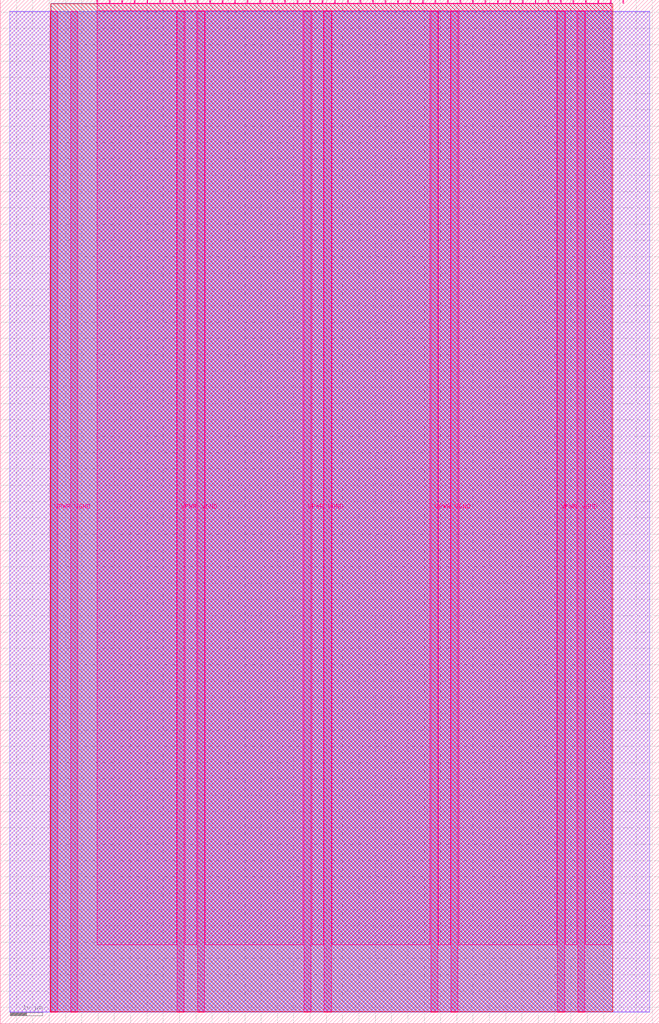
<source format=lef>
VERSION 5.7 ;
  NOWIREEXTENSIONATPIN ON ;
  DIVIDERCHAR "/" ;
  BUSBITCHARS "[]" ;
MACRO tt_um_whynot
  CLASS BLOCK ;
  FOREIGN tt_um_whynot ;
  ORIGIN 0.000 0.000 ;
  SIZE 202.080 BY 313.740 ;
  PIN VGND
    DIRECTION INOUT ;
    USE GROUND ;
    PORT
      LAYER Metal5 ;
        RECT 21.580 3.560 23.780 310.180 ;
    END
    PORT
      LAYER Metal5 ;
        RECT 60.450 3.560 62.650 310.180 ;
    END
    PORT
      LAYER Metal5 ;
        RECT 99.320 3.560 101.520 310.180 ;
    END
    PORT
      LAYER Metal5 ;
        RECT 138.190 3.560 140.390 310.180 ;
    END
    PORT
      LAYER Metal5 ;
        RECT 177.060 3.560 179.260 310.180 ;
    END
  END VGND
  PIN VPWR
    DIRECTION INOUT ;
    USE POWER ;
    PORT
      LAYER Metal5 ;
        RECT 15.380 3.560 17.580 310.180 ;
    END
    PORT
      LAYER Metal5 ;
        RECT 54.250 3.560 56.450 310.180 ;
    END
    PORT
      LAYER Metal5 ;
        RECT 93.120 3.560 95.320 310.180 ;
    END
    PORT
      LAYER Metal5 ;
        RECT 131.990 3.560 134.190 310.180 ;
    END
    PORT
      LAYER Metal5 ;
        RECT 170.860 3.560 173.060 310.180 ;
    END
  END VPWR
  PIN clk
    DIRECTION INPUT ;
    USE SIGNAL ;
    ANTENNAGATEAREA 2.038400 ;
    ANTENNADIFFAREA 6.046200 ;
    PORT
      LAYER Metal5 ;
        RECT 187.050 312.740 187.350 313.740 ;
    END
  END clk
  PIN ena
    DIRECTION INPUT ;
    USE SIGNAL ;
    PORT
      LAYER Metal5 ;
        RECT 190.890 312.740 191.190 313.740 ;
    END
  END ena
  PIN rst_n
    DIRECTION INPUT ;
    USE SIGNAL ;
    ANTENNAGATEAREA 0.213200 ;
    PORT
      LAYER Metal5 ;
        RECT 183.210 312.740 183.510 313.740 ;
    END
  END rst_n
  PIN ui_in[0]
    DIRECTION INPUT ;
    USE SIGNAL ;
    PORT
      LAYER Metal5 ;
        RECT 179.370 312.740 179.670 313.740 ;
    END
  END ui_in[0]
  PIN ui_in[1]
    DIRECTION INPUT ;
    USE SIGNAL ;
    PORT
      LAYER Metal5 ;
        RECT 175.530 312.740 175.830 313.740 ;
    END
  END ui_in[1]
  PIN ui_in[2]
    DIRECTION INPUT ;
    USE SIGNAL ;
    PORT
      LAYER Metal5 ;
        RECT 171.690 312.740 171.990 313.740 ;
    END
  END ui_in[2]
  PIN ui_in[3]
    DIRECTION INPUT ;
    USE SIGNAL ;
    PORT
      LAYER Metal5 ;
        RECT 167.850 312.740 168.150 313.740 ;
    END
  END ui_in[3]
  PIN ui_in[4]
    DIRECTION INPUT ;
    USE SIGNAL ;
    PORT
      LAYER Metal5 ;
        RECT 164.010 312.740 164.310 313.740 ;
    END
  END ui_in[4]
  PIN ui_in[5]
    DIRECTION INPUT ;
    USE SIGNAL ;
    PORT
      LAYER Metal5 ;
        RECT 160.170 312.740 160.470 313.740 ;
    END
  END ui_in[5]
  PIN ui_in[6]
    DIRECTION INPUT ;
    USE SIGNAL ;
    PORT
      LAYER Metal5 ;
        RECT 156.330 312.740 156.630 313.740 ;
    END
  END ui_in[6]
  PIN ui_in[7]
    DIRECTION INPUT ;
    USE SIGNAL ;
    PORT
      LAYER Metal5 ;
        RECT 152.490 312.740 152.790 313.740 ;
    END
  END ui_in[7]
  PIN uio_in[0]
    DIRECTION INPUT ;
    USE SIGNAL ;
    PORT
      LAYER Metal5 ;
        RECT 148.650 312.740 148.950 313.740 ;
    END
  END uio_in[0]
  PIN uio_in[1]
    DIRECTION INPUT ;
    USE SIGNAL ;
    PORT
      LAYER Metal5 ;
        RECT 144.810 312.740 145.110 313.740 ;
    END
  END uio_in[1]
  PIN uio_in[2]
    DIRECTION INPUT ;
    USE SIGNAL ;
    PORT
      LAYER Metal5 ;
        RECT 140.970 312.740 141.270 313.740 ;
    END
  END uio_in[2]
  PIN uio_in[3]
    DIRECTION INPUT ;
    USE SIGNAL ;
    PORT
      LAYER Metal5 ;
        RECT 137.130 312.740 137.430 313.740 ;
    END
  END uio_in[3]
  PIN uio_in[4]
    DIRECTION INPUT ;
    USE SIGNAL ;
    PORT
      LAYER Metal5 ;
        RECT 133.290 312.740 133.590 313.740 ;
    END
  END uio_in[4]
  PIN uio_in[5]
    DIRECTION INPUT ;
    USE SIGNAL ;
    PORT
      LAYER Metal5 ;
        RECT 129.450 312.740 129.750 313.740 ;
    END
  END uio_in[5]
  PIN uio_in[6]
    DIRECTION INPUT ;
    USE SIGNAL ;
    PORT
      LAYER Metal5 ;
        RECT 125.610 312.740 125.910 313.740 ;
    END
  END uio_in[6]
  PIN uio_in[7]
    DIRECTION INPUT ;
    USE SIGNAL ;
    PORT
      LAYER Metal5 ;
        RECT 121.770 312.740 122.070 313.740 ;
    END
  END uio_in[7]
  PIN uio_oe[0]
    DIRECTION OUTPUT ;
    USE SIGNAL ;
    ANTENNADIFFAREA 0.299200 ;
    PORT
      LAYER Metal5 ;
        RECT 56.490 312.740 56.790 313.740 ;
    END
  END uio_oe[0]
  PIN uio_oe[1]
    DIRECTION OUTPUT ;
    USE SIGNAL ;
    ANTENNADIFFAREA 0.299200 ;
    PORT
      LAYER Metal5 ;
        RECT 52.650 312.740 52.950 313.740 ;
    END
  END uio_oe[1]
  PIN uio_oe[2]
    DIRECTION OUTPUT ;
    USE SIGNAL ;
    ANTENNADIFFAREA 0.299200 ;
    PORT
      LAYER Metal5 ;
        RECT 48.810 312.740 49.110 313.740 ;
    END
  END uio_oe[2]
  PIN uio_oe[3]
    DIRECTION OUTPUT ;
    USE SIGNAL ;
    ANTENNADIFFAREA 0.299200 ;
    PORT
      LAYER Metal5 ;
        RECT 44.970 312.740 45.270 313.740 ;
    END
  END uio_oe[3]
  PIN uio_oe[4]
    DIRECTION OUTPUT ;
    USE SIGNAL ;
    ANTENNADIFFAREA 0.299200 ;
    PORT
      LAYER Metal5 ;
        RECT 41.130 312.740 41.430 313.740 ;
    END
  END uio_oe[4]
  PIN uio_oe[5]
    DIRECTION OUTPUT ;
    USE SIGNAL ;
    ANTENNADIFFAREA 0.299200 ;
    PORT
      LAYER Metal5 ;
        RECT 37.290 312.740 37.590 313.740 ;
    END
  END uio_oe[5]
  PIN uio_oe[6]
    DIRECTION OUTPUT ;
    USE SIGNAL ;
    ANTENNADIFFAREA 0.299200 ;
    PORT
      LAYER Metal5 ;
        RECT 33.450 312.740 33.750 313.740 ;
    END
  END uio_oe[6]
  PIN uio_oe[7]
    DIRECTION OUTPUT ;
    USE SIGNAL ;
    ANTENNADIFFAREA 0.392700 ;
    PORT
      LAYER Metal5 ;
        RECT 29.610 312.740 29.910 313.740 ;
    END
  END uio_oe[7]
  PIN uio_out[0]
    DIRECTION OUTPUT ;
    USE SIGNAL ;
    ANTENNADIFFAREA 0.299200 ;
    PORT
      LAYER Metal5 ;
        RECT 87.210 312.740 87.510 313.740 ;
    END
  END uio_out[0]
  PIN uio_out[1]
    DIRECTION OUTPUT ;
    USE SIGNAL ;
    ANTENNADIFFAREA 0.299200 ;
    PORT
      LAYER Metal5 ;
        RECT 83.370 312.740 83.670 313.740 ;
    END
  END uio_out[1]
  PIN uio_out[2]
    DIRECTION OUTPUT ;
    USE SIGNAL ;
    ANTENNADIFFAREA 0.299200 ;
    PORT
      LAYER Metal5 ;
        RECT 79.530 312.740 79.830 313.740 ;
    END
  END uio_out[2]
  PIN uio_out[3]
    DIRECTION OUTPUT ;
    USE SIGNAL ;
    ANTENNADIFFAREA 0.299200 ;
    PORT
      LAYER Metal5 ;
        RECT 75.690 312.740 75.990 313.740 ;
    END
  END uio_out[3]
  PIN uio_out[4]
    DIRECTION OUTPUT ;
    USE SIGNAL ;
    ANTENNADIFFAREA 0.299200 ;
    PORT
      LAYER Metal5 ;
        RECT 71.850 312.740 72.150 313.740 ;
    END
  END uio_out[4]
  PIN uio_out[5]
    DIRECTION OUTPUT ;
    USE SIGNAL ;
    ANTENNADIFFAREA 0.299200 ;
    PORT
      LAYER Metal5 ;
        RECT 68.010 312.740 68.310 313.740 ;
    END
  END uio_out[5]
  PIN uio_out[6]
    DIRECTION OUTPUT ;
    USE SIGNAL ;
    ANTENNADIFFAREA 0.299200 ;
    PORT
      LAYER Metal5 ;
        RECT 64.170 312.740 64.470 313.740 ;
    END
  END uio_out[6]
  PIN uio_out[7]
    DIRECTION OUTPUT ;
    USE SIGNAL ;
    ANTENNADIFFAREA 0.632400 ;
    PORT
      LAYER Metal5 ;
        RECT 60.330 312.740 60.630 313.740 ;
    END
  END uio_out[7]
  PIN uo_out[0]
    DIRECTION OUTPUT ;
    USE SIGNAL ;
    ANTENNADIFFAREA 0.632400 ;
    PORT
      LAYER Metal5 ;
        RECT 117.930 312.740 118.230 313.740 ;
    END
  END uo_out[0]
  PIN uo_out[1]
    DIRECTION OUTPUT ;
    USE SIGNAL ;
    ANTENNADIFFAREA 0.632400 ;
    PORT
      LAYER Metal5 ;
        RECT 114.090 312.740 114.390 313.740 ;
    END
  END uo_out[1]
  PIN uo_out[2]
    DIRECTION OUTPUT ;
    USE SIGNAL ;
    ANTENNADIFFAREA 0.632400 ;
    PORT
      LAYER Metal5 ;
        RECT 110.250 312.740 110.550 313.740 ;
    END
  END uo_out[2]
  PIN uo_out[3]
    DIRECTION OUTPUT ;
    USE SIGNAL ;
    ANTENNADIFFAREA 0.654800 ;
    PORT
      LAYER Metal5 ;
        RECT 106.410 312.740 106.710 313.740 ;
    END
  END uo_out[3]
  PIN uo_out[4]
    DIRECTION OUTPUT ;
    USE SIGNAL ;
    ANTENNADIFFAREA 0.632400 ;
    PORT
      LAYER Metal5 ;
        RECT 102.570 312.740 102.870 313.740 ;
    END
  END uo_out[4]
  PIN uo_out[5]
    DIRECTION OUTPUT ;
    USE SIGNAL ;
    ANTENNADIFFAREA 0.632400 ;
    PORT
      LAYER Metal5 ;
        RECT 98.730 312.740 99.030 313.740 ;
    END
  END uo_out[5]
  PIN uo_out[6]
    DIRECTION OUTPUT ;
    USE SIGNAL ;
    ANTENNADIFFAREA 0.632400 ;
    PORT
      LAYER Metal5 ;
        RECT 94.890 312.740 95.190 313.740 ;
    END
  END uo_out[6]
  PIN uo_out[7]
    DIRECTION OUTPUT ;
    USE SIGNAL ;
    ANTENNADIFFAREA 0.706800 ;
    PORT
      LAYER Metal5 ;
        RECT 91.050 312.740 91.350 313.740 ;
    END
  END uo_out[7]
  OBS
      LAYER GatPoly ;
        RECT 2.880 3.630 199.200 310.110 ;
      LAYER Metal1 ;
        RECT 2.880 3.560 199.200 310.180 ;
      LAYER Metal2 ;
        RECT 15.515 3.680 187.825 310.060 ;
      LAYER Metal3 ;
        RECT 15.560 3.635 187.780 312.625 ;
      LAYER Metal4 ;
        RECT 15.515 3.680 187.825 312.580 ;
      LAYER Metal5 ;
        RECT 30.120 312.530 33.240 312.740 ;
        RECT 33.960 312.530 37.080 312.740 ;
        RECT 37.800 312.530 40.920 312.740 ;
        RECT 41.640 312.530 44.760 312.740 ;
        RECT 45.480 312.530 48.600 312.740 ;
        RECT 49.320 312.530 52.440 312.740 ;
        RECT 53.160 312.530 56.280 312.740 ;
        RECT 57.000 312.530 60.120 312.740 ;
        RECT 60.840 312.530 63.960 312.740 ;
        RECT 64.680 312.530 67.800 312.740 ;
        RECT 68.520 312.530 71.640 312.740 ;
        RECT 72.360 312.530 75.480 312.740 ;
        RECT 76.200 312.530 79.320 312.740 ;
        RECT 80.040 312.530 83.160 312.740 ;
        RECT 83.880 312.530 87.000 312.740 ;
        RECT 87.720 312.530 90.840 312.740 ;
        RECT 91.560 312.530 94.680 312.740 ;
        RECT 95.400 312.530 98.520 312.740 ;
        RECT 99.240 312.530 102.360 312.740 ;
        RECT 103.080 312.530 106.200 312.740 ;
        RECT 106.920 312.530 110.040 312.740 ;
        RECT 110.760 312.530 113.880 312.740 ;
        RECT 114.600 312.530 117.720 312.740 ;
        RECT 118.440 312.530 121.560 312.740 ;
        RECT 122.280 312.530 125.400 312.740 ;
        RECT 126.120 312.530 129.240 312.740 ;
        RECT 129.960 312.530 133.080 312.740 ;
        RECT 133.800 312.530 136.920 312.740 ;
        RECT 137.640 312.530 140.760 312.740 ;
        RECT 141.480 312.530 144.600 312.740 ;
        RECT 145.320 312.530 148.440 312.740 ;
        RECT 149.160 312.530 152.280 312.740 ;
        RECT 153.000 312.530 156.120 312.740 ;
        RECT 156.840 312.530 159.960 312.740 ;
        RECT 160.680 312.530 163.800 312.740 ;
        RECT 164.520 312.530 167.640 312.740 ;
        RECT 168.360 312.530 171.480 312.740 ;
        RECT 172.200 312.530 175.320 312.740 ;
        RECT 176.040 312.530 179.160 312.740 ;
        RECT 179.880 312.530 183.000 312.740 ;
        RECT 183.720 312.530 186.840 312.740 ;
        RECT 29.660 310.390 187.300 312.530 ;
        RECT 29.660 24.215 54.040 310.390 ;
        RECT 56.660 24.215 60.240 310.390 ;
        RECT 62.860 24.215 92.910 310.390 ;
        RECT 95.530 24.215 99.110 310.390 ;
        RECT 101.730 24.215 131.780 310.390 ;
        RECT 134.400 24.215 137.980 310.390 ;
        RECT 140.600 24.215 170.650 310.390 ;
        RECT 173.270 24.215 176.850 310.390 ;
        RECT 179.470 24.215 187.300 310.390 ;
  END
END tt_um_whynot
END LIBRARY


</source>
